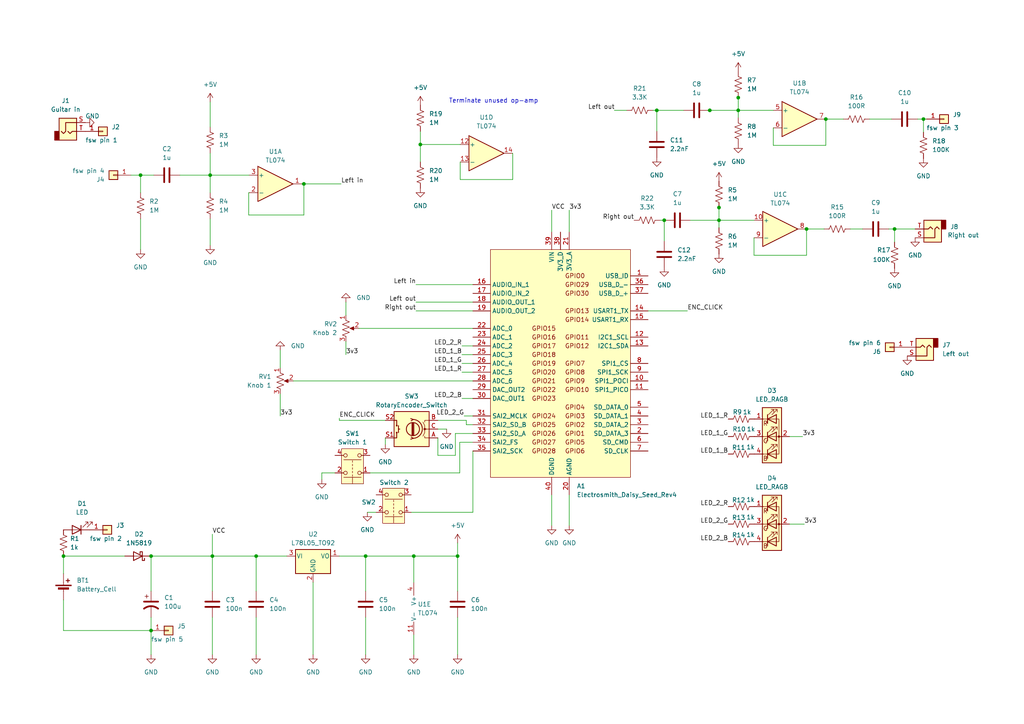
<source format=kicad_sch>
(kicad_sch (version 20231120) (generator "eeschema") (generator_version "8.0")
  (paper "A4")
  (title_block (title "DaisyPdal") (date "2024-04-25") (rev "0.3"))
  (lib_symbols
    (symbol "Amplifier_Operational:TL074" (pin_names (offset 0.127))
      (property "Reference" "U" (at 0 5.08 0))
      (property "Value" "TL074" (at 0 -5.08 0))
      (symbol "TL074_1_1"
        (polyline (pts (xy -5.08 5.08) (xy 5.08 0) (xy -5.08 -5.08) (xy -5.08 5.08)) (stroke (width 0.254)) (fill (type background)))
        (pin output line (at 7.62 0 180) (length 2.54) (name "~") (number "1"))
        (pin input line (at -7.62 -2.54 0) (length 2.54) (name "-") (number "2"))
        (pin input line (at -7.62 2.54 0) (length 2.54) (name "+") (number "3"))
      )
      (symbol "TL074_2_1"
        (polyline (pts (xy -5.08 5.08) (xy 5.08 0) (xy -5.08 -5.08) (xy -5.08 5.08)) (stroke (width 0.254)) (fill (type background)))
        (pin input line (at -7.62 2.54 0) (length 2.54) (name "+") (number "5"))
        (pin input line (at -7.62 -2.54 0) (length 2.54) (name "-") (number "6"))
        (pin output line (at 7.62 0 180) (length 2.54) (name "~") (number "7"))
      )
      (symbol "TL074_3_1"
        (polyline (pts (xy -5.08 5.08) (xy 5.08 0) (xy -5.08 -5.08) (xy -5.08 5.08)) (stroke (width 0.254)) (fill (type background)))
        (pin input line (at -7.62 2.54 0) (length 2.54) (name "+") (number "10"))
        (pin output line (at 7.62 0 180) (length 2.54) (name "~") (number "8"))
        (pin input line (at -7.62 -2.54 0) (length 2.54) (name "-") (number "9"))
      )
      (symbol "TL074_4_1"
        (polyline (pts (xy -5.08 5.08) (xy 5.08 0) (xy -5.08 -5.08) (xy -5.08 5.08)) (stroke (width 0.254)) (fill (type background)))
        (pin input line (at -7.62 2.54 0) (length 2.54) (name "+") (number "12"))
        (pin input line (at -7.62 -2.54 0) (length 2.54) (name "-") (number "13"))
        (pin output line (at 7.62 0 180) (length 2.54) (name "~") (number "14"))
      )
      (symbol "TL074_5_1"
        (pin power_in line (at -2.54 -7.62 90) (length 3.81) (name "V-") (number "11"))
        (pin power_in line (at -2.54 7.62 270) (length 3.81) (name "V+") (number "4"))
      )
    )
    (symbol "Connector_Audio:AudioJack2"
      (property "Reference" "J" (at 0 8.89 0))
      (property "Value" "AudioJack2" (at 0 6.35 0))
      (symbol "AudioJack2_0_1"
        (rectangle (start -3.81 0) (end -2.54 -2.54) (stroke (width 0.254)) (fill (type outline)))
        (rectangle (start -2.54 3.81) (end 2.54 -2.54) (stroke (width 0.254)) (fill (type background)))
        (polyline (pts (xy 0 0) (xy 0.635 -0.635) (xy 1.27 0) (xy 2.54 0)) (stroke (width 0.254)))
        (polyline (pts (xy 2.54 2.54) (xy -0.635 2.54) (xy -0.635 0) (xy -1.27 -0.635) (xy -1.905 0)) (stroke (width 0.254)))
      )
      (symbol "AudioJack2_1_1"
        (pin passive line (at 5.08 2.54 180) (length 2.54) (name "~") (number "S"))
        (pin passive line (at 5.08 0 180) (length 2.54) (name "~") (number "T"))
      )
    )
    (symbol "Connector_Generic:Conn_01x01" (pin_names (offset 1.016) hide)
      (property "Reference" "J" (at 0 2.54 0))
      (property "Value" "Conn_01x01" (at 0 -2.54 0))
      (symbol "Conn_01x01_1_1"
        (rectangle (start -1.27 0.127) (end 0 -0.127) (stroke (width 0.1524)))
        (rectangle (start -1.27 1.27) (end 1.27 -1.27) (stroke (width 0.254)) (fill (type background)))
        (pin passive line (at -5.08 0 0) (length 3.81) (name "Pin_1") (number "1"))
      )
    )
    (symbol "Device:Battery_Cell" (pin_numbers hide) (pin_names (offset 0) hide)
      (property "Reference" "BT" (at 2.54 2.54 0))
      (property "Value" "Battery_Cell" (at 2.54 0 0))
      (symbol "Battery_Cell_0_1"
        (rectangle (start -2.286 1.778) (end 2.286 1.524) (fill (type outline)))
        (rectangle (start -1.524 1.016) (end 1.524 0.508) (fill (type outline)))
        (polyline (pts (xy 0 0.762) (xy 0 0)))
        (polyline (pts (xy 0 1.778) (xy 0 2.54)))
        (polyline (pts (xy 0.762 3.048) (xy 1.778 3.048)) (stroke (width 0.254)))
        (polyline (pts (xy 1.27 3.556) (xy 1.27 2.54)) (stroke (width 0.254)))
      )
      (symbol "Battery_Cell_1_1"
        (pin passive line (at 0 5.08 270) (length 2.54) (name "+") (number "1"))
        (pin passive line (at 0 -2.54 90) (length 2.54) (name "-") (number "2"))
      )
    )
    (symbol "Device:C" (pin_numbers hide) (pin_names (offset 0.254))
      (property "Reference" "C" (at 0.635 2.54 0))
      (property "Value" "C" (at 0.635 -2.54 0))
      (symbol "C_0_1"
        (polyline (pts (xy -2.032 -0.762) (xy 2.032 -0.762)) (stroke (width 0.508)))
        (polyline (pts (xy -2.032 0.762) (xy 2.032 0.762)) (stroke (width 0.508)))
      )
      (symbol "C_1_1"
        (pin passive line (at 0 3.81 270) (length 2.794) (name "~") (number "1"))
        (pin passive line (at 0 -3.81 90) (length 2.794) (name "~") (number "2"))
      )
    )
    (symbol "Device:C_Polarized_US" (pin_numbers hide) (pin_names (offset 0.254) hide)
      (property "Reference" "C" (at 0.635 2.54 0))
      (property "Value" "C_Polarized_US" (at 0.635 -2.54 0))
      (symbol "C_Polarized_US_0_1"
        (polyline (pts (xy -2.032 0.762) (xy 2.032 0.762)) (stroke (width 0.508)))
        (polyline (pts (xy -1.778 2.286) (xy -0.762 2.286)))
        (polyline (pts (xy -1.27 1.778) (xy -1.27 2.794)))
        (arc (start 2.032 -1.27) (mid 0 -0.5572) (end -2.032 -1.27) (stroke (width 0.508)))
      )
      (symbol "C_Polarized_US_1_1"
        (pin passive line (at 0 3.81 270) (length 2.794) (name "~") (number "1"))
        (pin passive line (at 0 -3.81 90) (length 3.302) (name "~") (number "2"))
      )
    )
    (symbol "Device:LED" (pin_numbers hide) (pin_names (offset 1.016) hide)
      (property "Reference" "D" (at 0 2.54 0))
      (property "Value" "LED" (at 0 -2.54 0))
      (symbol "LED_0_1"
        (polyline (pts (xy -1.27 -1.27) (xy -1.27 1.27)) (stroke (width 0.254)))
        (polyline (pts (xy -1.27 0) (xy 1.27 0)))
        (polyline (pts (xy 1.27 -1.27) (xy 1.27 1.27) (xy -1.27 0) (xy 1.27 -1.27)) (stroke (width 0.254)))
        (polyline (pts (xy -3.048 -0.762) (xy -4.572 -2.286) (xy -3.81 -2.286) (xy -4.572 -2.286) (xy -4.572 -1.524)))
        (polyline (pts (xy -1.778 -0.762) (xy -3.302 -2.286) (xy -2.54 -2.286) (xy -3.302 -2.286) (xy -3.302 -1.524)))
      )
      (symbol "LED_1_1"
        (pin passive line (at -3.81 0 0) (length 2.54) (name "K") (number "1"))
        (pin passive line (at 3.81 0 180) (length 2.54) (name "A") (number "2"))
      )
    )
    (symbol "Device:LED_RAGB" (pin_names (offset 0) hide)
      (property "Reference" "D" (at 0 9.398 0))
      (property "Value" "LED_RAGB" (at 0 -8.89 0))
      (symbol "LED_RAGB_0_0"
        (text "B" (at -1.905 -6.35 0) (effects (font (size 1.27 1.27))))
        (text "G" (at -1.905 -1.27 0) (effects (font (size 1.27 1.27))))
        (text "R" (at -1.905 3.81 0) (effects (font (size 1.27 1.27))))
      )
      (symbol "LED_RAGB_0_1"
        (polyline (pts (xy -1.27 -5.08) (xy -2.54 -5.08)))
        (polyline (pts (xy -1.27 -5.08) (xy 1.27 -5.08)))
        (polyline (pts (xy -1.27 -3.81) (xy -1.27 -6.35)) (stroke (width 0.254)))
        (polyline (pts (xy -1.27 0) (xy -2.54 0)))
        (polyline (pts (xy -1.27 1.27) (xy -1.27 -1.27)) (stroke (width 0.254)))
        (polyline (pts (xy -1.27 5.08) (xy -2.54 5.08)))
        (polyline (pts (xy -1.27 5.08) (xy 1.27 5.08)))
        (polyline (pts (xy -1.27 6.35) (xy -1.27 3.81)) (stroke (width 0.254)))
        (polyline (pts (xy 1.27 0) (xy -1.27 0)))
        (polyline (pts (xy 1.27 0) (xy 2.54 0)))
        (polyline (pts (xy -1.27 1.27) (xy -1.27 -1.27) (xy -1.27 -1.27)))
        (polyline (pts (xy -1.27 6.35) (xy -1.27 3.81) (xy -1.27 3.81)))
        (polyline (pts (xy 1.27 -5.08) (xy 2.032 -5.08) (xy 2.032 5.08) (xy 1.27 5.08)))
        (polyline (pts (xy 1.27 -3.81) (xy 1.27 -6.35) (xy -1.27 -5.08) (xy 1.27 -3.81)) (stroke (width 0.254)))
        (polyline (pts (xy 1.27 1.27) (xy 1.27 -1.27) (xy -1.27 0) (xy 1.27 1.27)) (stroke (width 0.254)))
        (polyline (pts (xy 1.27 6.35) (xy 1.27 3.81) (xy -1.27 5.08) (xy 1.27 6.35)) (stroke (width 0.254)))
        (polyline (pts (xy -1.016 -3.81) (xy 0.508 -2.286) (xy -0.254 -2.286) (xy 0.508 -2.286) (xy 0.508 -3.048)))
        (polyline (pts (xy -1.016 1.27) (xy 0.508 2.794) (xy -0.254 2.794) (xy 0.508 2.794) (xy 0.508 2.032)))
        (polyline (pts (xy -1.016 6.35) (xy 0.508 7.874) (xy -0.254 7.874) (xy 0.508 7.874) (xy 0.508 7.112)))
        (polyline (pts (xy 0 -3.81) (xy 1.524 -2.286) (xy 0.762 -2.286) (xy 1.524 -2.286) (xy 1.524 -3.048)))
        (polyline (pts (xy 0 1.27) (xy 1.524 2.794) (xy 0.762 2.794) (xy 1.524 2.794) (xy 1.524 2.032)))
        (polyline (pts (xy 0 6.35) (xy 1.524 7.874) (xy 0.762 7.874) (xy 1.524 7.874) (xy 1.524 7.112)))
        (rectangle (start 1.27 -1.27) (end 1.27 1.27))
        (rectangle (start 1.27 1.27) (end 1.27 1.27))
        (rectangle (start 1.27 3.81) (end 1.27 6.35))
        (rectangle (start 1.27 6.35) (end 1.27 6.35))
        (circle (center 2.032 0) (radius 0.254) (fill (type outline)))
        (rectangle (start 2.794 8.382) (end -2.794 -7.62) (stroke (width 0.254)) (fill (type background)))
      )
      (symbol "LED_RAGB_1_1"
        (pin passive line (at -5.08 5.08 0) (length 2.54) (name "RK") (number "1"))
        (pin passive line (at 5.08 0 180) (length 2.54) (name "A") (number "2"))
        (pin passive line (at -5.08 0 0) (length 2.54) (name "GK") (number "3"))
        (pin passive line (at -5.08 -5.08 0) (length 2.54) (name "BK") (number "4"))
      )
    )
    (symbol "Device:R_Potentiometer_US" (pin_names (offset 1.016) hide)
      (property "Reference" "RV" (at -4.445 0 90))
      (property "Value" "R_Potentiometer_US" (at -2.54 0 90))
      (symbol "R_Potentiometer_US_0_1"
        (polyline (pts (xy 0 -2.286) (xy 0 -2.54)))
        (polyline (pts (xy 0 2.54) (xy 0 2.286)))
        (polyline (pts (xy 2.54 0) (xy 1.524 0)))
        (polyline (pts (xy 1.143 0) (xy 2.286 0.508) (xy 2.286 -0.508) (xy 1.143 0)) (fill (type outline)))
        (polyline (pts (xy 0 -0.762) (xy 1.016 -1.143) (xy 0 -1.524) (xy -1.016 -1.905) (xy 0 -2.286)))
        (polyline (pts (xy 0 0.762) (xy 1.016 0.381) (xy 0 0) (xy -1.016 -0.381) (xy 0 -0.762)))
        (polyline (pts (xy 0 2.286) (xy 1.016 1.905) (xy 0 1.524) (xy -1.016 1.143) (xy 0 0.762)))
      )
      (symbol "R_Potentiometer_US_1_1"
        (pin passive line (at 0 3.81 270) (length 1.27) (name "1") (number "1"))
        (pin passive line (at 3.81 0 180) (length 1.27) (name "2") (number "2"))
        (pin passive line (at 0 -3.81 90) (length 1.27) (name "3") (number "3"))
      )
    )
    (symbol "Device:R_US" (pin_numbers hide) (pin_names (offset 0))
      (property "Reference" "R" (at 2.54 0 90))
      (property "Value" "R_US" (at -2.54 0 90))
      (symbol "R_US_0_1"
        (polyline (pts (xy 0 -2.286) (xy 0 -2.54)))
        (polyline (pts (xy 0 2.286) (xy 0 2.54)))
        (polyline (pts (xy 0 -0.762) (xy 1.016 -1.143) (xy 0 -1.524) (xy -1.016 -1.905) (xy 0 -2.286)))
        (polyline (pts (xy 0 0.762) (xy 1.016 0.381) (xy 0 0) (xy -1.016 -0.381) (xy 0 -0.762)))
        (polyline (pts (xy 0 2.286) (xy 1.016 1.905) (xy 0 1.524) (xy -1.016 1.143) (xy 0 0.762)))
      )
      (symbol "R_US_1_1"
        (pin passive line (at 0 3.81 270) (length 1.27) (name "~") (number "1"))
        (pin passive line (at 0 -3.81 90) (length 1.27) (name "~") (number "2"))
      )
    )
    (symbol "Device:RotaryEncoder_Switch" (pin_names (offset 0.254) hide)
      (property "Reference" "SW" (at 0 6.604 0))
      (property "Value" "RotaryEncoder_Switch" (at 0 -6.604 0))
      (symbol "RotaryEncoder_Switch_0_1"
        (rectangle (start -5.08 5.08) (end 5.08 -5.08) (stroke (width 0.254)) (fill (type background)))
        (circle (center -3.81 0) (radius 0.254) (fill (type outline)))
        (circle (center -0.381 0) (radius 1.905) (stroke (width 0.254)))
        (arc (start -0.381 2.667) (mid -3.0988 -0.0635) (end -0.381 -2.794) (stroke (width 0.254)))
        (polyline (pts (xy -0.635 -1.778) (xy -0.635 1.778)) (stroke (width 0.254)))
        (polyline (pts (xy -0.381 -1.778) (xy -0.381 1.778)) (stroke (width 0.254)))
        (polyline (pts (xy -0.127 1.778) (xy -0.127 -1.778)) (stroke (width 0.254)))
        (polyline (pts (xy 3.81 0) (xy 3.429 0)) (stroke (width 0.254)))
        (polyline (pts (xy 3.81 1.016) (xy 3.81 -1.016)) (stroke (width 0.254)))
        (polyline (pts (xy -5.08 -2.54) (xy -3.81 -2.54) (xy -3.81 -2.032)))
        (polyline (pts (xy -5.08 2.54) (xy -3.81 2.54) (xy -3.81 2.032)))
        (polyline (pts (xy 0.254 -3.048) (xy -0.508 -2.794) (xy 0.127 -2.413)) (stroke (width 0.254)))
        (polyline (pts (xy 0.254 2.921) (xy -0.508 2.667) (xy 0.127 2.286)) (stroke (width 0.254)))
        (polyline (pts (xy 5.08 -2.54) (xy 4.318 -2.54) (xy 4.318 -1.016)) (stroke (width 0.254)))
        (polyline (pts (xy 5.08 2.54) (xy 4.318 2.54) (xy 4.318 1.016)) (stroke (width 0.254)))
        (polyline (pts (xy -5.08 0) (xy -3.81 0) (xy -3.81 -1.016) (xy -3.302 -2.032)))
        (polyline (pts (xy -4.318 0) (xy -3.81 0) (xy -3.81 1.016) (xy -3.302 2.032)))
        (circle (center 4.318 -1.016) (radius 0.127) (stroke (width 0.254)))
        (circle (center 4.318 1.016) (radius 0.127) (stroke (width 0.254)))
      )
      (symbol "RotaryEncoder_Switch_1_1"
        (pin passive line (at -7.62 2.54 0) (length 2.54) (name "A") (number "A"))
        (pin passive line (at -7.62 -2.54 0) (length 2.54) (name "B") (number "B"))
        (pin passive line (at -7.62 0 0) (length 2.54) (name "C") (number "C"))
        (pin passive line (at 7.62 2.54 180) (length 2.54) (name "S1") (number "S1"))
        (pin passive line (at 7.62 -2.54 180) (length 2.54) (name "S2") (number "S2"))
      )
    )
    (symbol "Diode:1N5819" (pin_numbers hide) (pin_names (offset 1.016) hide)
      (property "Reference" "D" (at 0 2.54 0))
      (property "Value" "1N5819" (at 0 -2.54 0))
      (symbol "1N5819_0_1"
        (polyline (pts (xy 1.27 0) (xy -1.27 0)))
        (polyline (pts (xy 1.27 1.27) (xy 1.27 -1.27) (xy -1.27 0) (xy 1.27 1.27)) (stroke (width 0.254)))
        (polyline (pts (xy -1.905 0.635) (xy -1.905 1.27) (xy -1.27 1.27) (xy -1.27 -1.27) (xy -0.635 -1.27) (xy -0.635 -0.635)) (stroke (width 0.254)))
      )
      (symbol "1N5819_1_1"
        (pin passive line (at -3.81 0 0) (length 2.54) (name "K") (number "1"))
        (pin passive line (at 3.81 0 180) (length 2.54) (name "A") (number "2"))
      )
    )
    (symbol "MCU_Module:Electrosmith_Daisy_Seed_Rev4"
      (property "Reference" "A" (at -20.32 34.29 0))
      (property "Value" "Electrosmith_Daisy_Seed_Rev4" (at 33.02 34.29 0))
      (symbol "Electrosmith_Daisy_Seed_Rev4_0_0"
        (text "GPIO0" (at 1.27 25.4 0) (effects (font (size 1.27 1.27)) (justify left)))
        (text "GPIO1" (at 1.27 -20.32 0) (effects (font (size 1.27 1.27)) (justify left)))
        (text "GPIO10" (at 1.27 -7.62 0) (effects (font (size 1.27 1.27)) (justify left)))
        (text "GPIO11" (at 1.27 7.62 0) (effects (font (size 1.27 1.27)) (justify left)))
        (text "GPIO12" (at 1.27 5.08 0) (effects (font (size 1.27 1.27)) (justify left)))
        (text "GPIO13" (at 1.27 15.24 0) (effects (font (size 1.27 1.27)) (justify left)))
        (text "GPIO14" (at 1.27 12.7 0) (effects (font (size 1.27 1.27)) (justify left)))
        (text "GPIO15" (at -1.27 10.16 0) (effects (font (size 1.27 1.27)) (justify right)))
        (text "GPIO16" (at -1.27 7.62 0) (effects (font (size 1.27 1.27)) (justify right)))
        (text "GPIO17" (at -1.27 5.08 0) (effects (font (size 1.27 1.27)) (justify right)))
        (text "GPIO18" (at -1.27 2.54 0) (effects (font (size 1.27 1.27)) (justify right)))
        (text "GPIO19" (at -1.27 0 0) (effects (font (size 1.27 1.27)) (justify right)))
        (text "GPIO2" (at 1.27 -17.78 0) (effects (font (size 1.27 1.27)) (justify left)))
        (text "GPIO20" (at -1.27 -2.54 0) (effects (font (size 1.27 1.27)) (justify right)))
        (text "GPIO21" (at -1.27 -5.08 0) (effects (font (size 1.27 1.27)) (justify right)))
        (text "GPIO22" (at -1.27 -7.62 0) (effects (font (size 1.27 1.27)) (justify right)))
        (text "GPIO23" (at -1.27 -10.16 0) (effects (font (size 1.27 1.27)) (justify right)))
        (text "GPIO24" (at -1.27 -15.24 0) (effects (font (size 1.27 1.27)) (justify right)))
        (text "GPIO25" (at -1.27 -17.78 0) (effects (font (size 1.27 1.27)) (justify right)))
        (text "GPIO26" (at -1.27 -20.32 0) (effects (font (size 1.27 1.27)) (justify right)))
        (text "GPIO27" (at -1.27 -22.86 0) (effects (font (size 1.27 1.27)) (justify right)))
        (text "GPIO28" (at -1.27 -25.4 0) (effects (font (size 1.27 1.27)) (justify right)))
        (text "GPIO29" (at 1.27 22.86 0) (effects (font (size 1.27 1.27)) (justify left)))
        (text "GPIO3" (at 1.27 -15.24 0) (effects (font (size 1.27 1.27)) (justify left)))
        (text "GPIO30" (at 1.27 20.32 0) (effects (font (size 1.27 1.27)) (justify left)))
        (text "GPIO4" (at 1.27 -12.7 0) (effects (font (size 1.27 1.27)) (justify left)))
        (text "GPIO5" (at 1.27 -22.86 0) (effects (font (size 1.27 1.27)) (justify left)))
        (text "GPIO6" (at 1.27 -25.4 0) (effects (font (size 1.27 1.27)) (justify left)))
        (text "GPIO7" (at 1.27 0 0) (effects (font (size 1.27 1.27)) (justify left)))
        (text "GPIO8" (at 1.27 -2.54 0) (effects (font (size 1.27 1.27)) (justify left)))
        (text "GPIO9" (at 1.27 -5.08 0) (effects (font (size 1.27 1.27)) (justify left)))
        (pin bidirectional line (at 25.4 25.4 180) (length 5.08) (name "USB_ID") (number "1"))
        (pin bidirectional line (at 25.4 -5.08 180) (length 5.08) (name "SPI1_POCI") (number "10"))
        (pin bidirectional line (at 25.4 -7.62 180) (length 5.08) (name "SPI1_PICO") (number "11"))
        (pin bidirectional line (at 25.4 7.62 180) (length 5.08) (name "I2C1_SCL") (number "12"))
        (pin bidirectional line (at 25.4 5.08 180) (length 5.08) (name "I2C1_SDA") (number "13"))
        (pin bidirectional line (at 25.4 15.24 180) (length 5.08) (name "USART1_TX") (number "14"))
        (pin bidirectional line (at 25.4 12.7 180) (length 5.08) (name "USART1_RX") (number "15"))
        (pin input line (at -25.4 22.86 0) (length 5.08) (name "AUDIO_IN_1") (number "16"))
        (pin input line (at -25.4 20.32 0) (length 5.08) (name "AUDIO_IN_2") (number "17"))
        (pin output line (at -25.4 17.78 0) (length 5.08) (name "AUDIO_OUT_1") (number "18"))
        (pin output line (at -25.4 15.24 0) (length 5.08) (name "AUDIO_OUT_2") (number "19"))
        (pin bidirectional line (at 25.4 -20.32 180) (length 5.08) (name "SD_DATA_3") (number "2"))
        (pin power_in line (at 2.54 -38.1 90) (length 5.08) (name "AGND") (number "20"))
        (pin power_out line (at 2.54 38.1 270) (length 5.08) (name "3V3_A") (number "21"))
        (pin bidirectional line (at -25.4 10.16 0) (length 5.08) (name "ADC_0") (number "22"))
        (pin bidirectional line (at -25.4 7.62 0) (length 5.08) (name "ADC_1") (number "23"))
        (pin bidirectional line (at -25.4 5.08 0) (length 5.08) (name "ADC_2") (number "24"))
        (pin bidirectional line (at -25.4 2.54 0) (length 5.08) (name "ADC_3") (number "25"))
        (pin bidirectional line (at -25.4 0 0) (length 5.08) (name "ADC_4") (number "26"))
        (pin bidirectional line (at -25.4 -2.54 0) (length 5.08) (name "ADC_5") (number "27"))
        (pin bidirectional line (at -25.4 -5.08 0) (length 5.08) (name "ADC_6") (number "28"))
        (pin bidirectional line (at -25.4 -7.62 0) (length 5.08) (name "DAC_OUT2") (number "29"))
        (pin bidirectional line (at 25.4 -17.78 180) (length 5.08) (name "SD_DATA_2") (number "3"))
        (pin bidirectional line (at -25.4 -10.16 0) (length 5.08) (name "DAC_OUT1") (number "30"))
        (pin bidirectional line (at -25.4 -15.24 0) (length 5.08) (name "SAI2_MCLK") (number "31"))
        (pin bidirectional line (at -25.4 -17.78 0) (length 5.08) (name "SAI2_SD_B") (number "32"))
        (pin bidirectional line (at -25.4 -20.32 0) (length 5.08) (name "SAI2_SD_A") (number "33"))
        (pin bidirectional line (at -25.4 -22.86 0) (length 5.08) (name "SAI2_FS") (number "34"))
        (pin bidirectional line (at -25.4 -25.4 0) (length 5.08) (name "SAI2_SCK") (number "35"))
        (pin bidirectional line (at 25.4 22.86 180) (length 5.08) (name "USB_D_-") (number "36"))
        (pin bidirectional line (at 25.4 20.32 180) (length 5.08) (name "USB_D_+") (number "37"))
        (pin power_out line (at 0 38.1 270) (length 5.08) (name "3V3_D") (number "38"))
        (pin power_in line (at -2.54 38.1 270) (length 5.08) (name "VIN") (number "39"))
        (pin bidirectional line (at 25.4 -15.24 180) (length 5.08) (name "SD_DATA_1") (number "4"))
        (pin power_in line (at -2.54 -38.1 90) (length 5.08) (name "DGND") (number "40"))
        (pin bidirectional line (at 25.4 -12.7 180) (length 5.08) (name "SD_DATA_0") (number "5"))
        (pin bidirectional line (at 25.4 -22.86 180) (length 5.08) (name "SD_CMD") (number "6"))
        (pin bidirectional line (at 25.4 -25.4 180) (length 5.08) (name "SD_CLK") (number "7"))
        (pin bidirectional line (at 25.4 0 180) (length 5.08) (name "SPI1_CS") (number "8"))
        (pin bidirectional line (at 25.4 -2.54 180) (length 5.08) (name "SPI1_SCK") (number "9"))
      )
      (symbol "Electrosmith_Daisy_Seed_Rev4_0_1"
        (rectangle (start -20.32 33.02) (end 20.32 -33.02) (fill (type background)))
      )
    )
    (symbol "Regulator_Linear:L78L05_TO92" (pin_names (offset 0.254))
      (property "Reference" "U" (at -3.81 3.175 0))
      (property "Value" "L78L05_TO92" (at 0 3.175 0))
      (symbol "L78L05_TO92_0_1"
        (rectangle (start -5.08 -5.08) (end 5.08 1.905) (stroke (width 0.254)) (fill (type background)))
      )
      (symbol "L78L05_TO92_1_1"
        (pin power_out line (at 7.62 0 180) (length 2.54) (name "VO") (number "1"))
        (pin power_in line (at 0 -7.62 90) (length 2.54) (name "GND") (number "2"))
        (pin power_in line (at -7.62 0 0) (length 2.54) (name "VI") (number "3"))
      )
    )
    (symbol "Switch:SW_Push_Dual" (pin_names (offset 1.016) hide)
      (property "Reference" "SW" (at 0 7.62 0))
      (property "Value" "SW_Push_Dual" (at 0 -6.35 0))
      (symbol "SW_Push_Dual_0_1"
        (circle (center -2.032 -2.54) (radius 0.508))
        (circle (center -2.032 2.54) (radius 0.508))
        (polyline (pts (xy 0 -0.508) (xy 0 -1.016)))
        (polyline (pts (xy 0 0.508) (xy 0 0)))
        (polyline (pts (xy 0 1.016) (xy 0 1.524)))
        (polyline (pts (xy 0 2.032) (xy 0 2.54)))
        (polyline (pts (xy 0 3.048) (xy 0 3.556)))
        (polyline (pts (xy 0 3.81) (xy 0 5.588)))
        (polyline (pts (xy 2.54 -1.27) (xy -2.54 -1.27)))
        (polyline (pts (xy 2.54 3.81) (xy -2.54 3.81)))
        (circle (center 2.032 -2.54) (radius 0.508))
        (circle (center 2.032 2.54) (radius 0.508))
        (pin passive line (at -5.08 2.54 0) (length 2.54) (name "1") (number "1"))
        (pin passive line (at 5.08 2.54 180) (length 2.54) (name "2") (number "2"))
        (pin passive line (at -5.08 -2.54 0) (length 2.54) (name "3") (number "3"))
        (pin passive line (at 5.08 -2.54 180) (length 2.54) (name "4") (number "4"))
      )
      (symbol "SW_Push_Dual_1_1"
        (rectangle (start -3.175 5.715) (end 3.175 -4.445) (fill (type background)))
      )
    )
    (symbol "power:+5V" (power) (pin_names (offset 0))
      (property "Value" "+5V" (at 0 3.556 0))
      (symbol "+5V_0_1"
        (polyline (pts (xy -0.762 1.27) (xy 0 2.54)))
        (polyline (pts (xy 0 0) (xy 0 2.54)))
        (polyline (pts (xy 0 2.54) (xy 0.762 1.27)))
      )
      (symbol "+5V_1_1"
        (pin power_in line (at 0 0 90) (length 0) hide (name "+5V") (number "1"))
      )
    )
    (symbol "power:GND" (power) (pin_names (offset 0))
      (property "Value" "GND" (at 0 -3.81 0))
      (symbol "GND_0_1"
        (polyline (pts (xy 0 0) (xy 0 -1.27) (xy 1.27 -1.27) (xy 0 -2.54) (xy -1.27 -1.27) (xy 0 -1.27)))
      )
      (symbol "GND_1_1"
        (pin power_in line (at 0 0 270) (length 0) hide (name "GND") (number "1"))
      )
    )
  )
  (junction (at 259.461 66.421))
  (junction (at 121.92 41.91))
  (junction (at 205.867 32.004))
  (junction (at 239.522 34.544))
  (junction (at 214.122 28.321))
  (junction (at 88.138 53.34))
  (junction (at 208.534 60.198))
  (junction (at 60.96 50.8))
  (junction (at 214.122 32.004))
  (junction (at 43.815 161.29))
  (junction (at 18.415 161.29))
  (junction (at 208.534 63.881))
  (junction (at 61.595 161.29))
  (junction (at 267.843 34.544))
  (junction (at 132.715 161.29))
  (junction (at 233.934 66.421))
  (junction (at 106.045 161.29))
  (junction (at 74.295 161.29))
  (junction (at 192.659 63.881))
  (junction (at 40.767 50.8))
  (junction (at 43.815 182.88))
  (junction (at 120.015 161.29))
  (junction (at 190.5 32.004))
  (wire (pts (xy 224.282 42.164) (xy 224.282 37.084)))
  (wire (pts (xy 214.122 28.321) (xy 214.122 32.004)))
  (wire (pts (xy 133.985 105.41) (xy 137.16 105.41)))
  (wire (pts (xy 88.138 62.357) (xy 72.136 62.357)))
  (wire (pts (xy 239.522 34.544) (xy 244.602 34.544)))
  (wire (pts (xy 178.181 32.004) (xy 181.737 32.004)))
  (wire (pts (xy 252.222 34.544) (xy 258.572 34.544)))
  (wire (pts (xy 120.015 161.29) (xy 132.715 161.29)))
  (wire (pts (xy 137.16 148.59) (xy 119.253 148.59)))
  (wire (pts (xy 137.16 128.27) (xy 133.35 128.27)))
  (wire (pts (xy 133.985 107.95) (xy 137.16 107.95)))
  (wire (pts (xy 208.534 63.881) (xy 218.694 63.881)))
  (wire (pts (xy 127 127) (xy 127 132.08)))
  (wire (pts (xy 18.415 182.88) (xy 43.815 182.88)))
  (wire (pts (xy 132.715 157.48) (xy 132.715 161.29)))
  (wire (pts (xy 98.425 121.285) (xy 98.425 121.92)))
  (wire (pts (xy 200.279 63.881) (xy 208.534 63.881)))
  (wire (pts (xy 228.981 126.619) (xy 232.791 126.619)))
  (wire (pts (xy 205.867 32.004) (xy 214.122 32.004)))
  (wire (pts (xy 191.516 63.881) (xy 192.659 63.881)))
  (wire (pts (xy 18.415 166.37) (xy 18.415 161.29)))
  (wire (pts (xy 133.985 100.33) (xy 137.16 100.33)))
  (wire (pts (xy 189.357 32.004) (xy 190.5 32.004)))
  (wire (pts (xy 214.122 32.004) (xy 214.122 34.163)))
  (wire (pts (xy 208.534 60.198) (xy 208.534 63.881)))
  (wire (pts (xy 43.815 179.07) (xy 43.815 182.88)))
  (wire (pts (xy 87.503 53.34) (xy 88.138 53.34)))
  (wire (pts (xy 72.263 50.8) (xy 60.96 50.8)))
  (wire (pts (xy 133.477 46.99) (xy 133.477 52.07)))
  (wire (pts (xy 233.934 66.421) (xy 233.934 74.041)))
  (wire (pts (xy 98.425 161.29) (xy 106.045 161.29)))
  (wire (pts (xy 52.197 50.8) (xy 60.96 50.8)))
  (wire (pts (xy 160.02 60.96) (xy 160.02 67.31)))
  (wire (pts (xy 72.136 55.88) (xy 72.263 55.88)))
  (wire (pts (xy 190.5 32.004) (xy 190.5 38.1)))
  (wire (pts (xy 127 121.92) (xy 135.255 121.92)))
  (wire (pts (xy 43.815 182.88) (xy 43.815 189.865)))
  (wire (pts (xy 61.595 179.07) (xy 61.595 189.865)))
  (wire (pts (xy 85.09 110.49) (xy 137.16 110.49)))
  (wire (pts (xy 132.08 125.73) (xy 137.16 125.73)))
  (wire (pts (xy 81.28 114.3) (xy 81.28 120.65)))
  (wire (pts (xy 106.553 148.59) (xy 109.093 148.59)))
  (wire (pts (xy 190.5 32.004) (xy 198.247 32.004)))
  (wire (pts (xy 100.33 87.63) (xy 100.33 91.44)))
  (wire (pts (xy 104.14 95.25) (xy 137.16 95.25)))
  (wire (pts (xy 90.805 168.91) (xy 90.805 189.865)))
  (wire (pts (xy 205.232 32.004) (xy 205.867 32.004)))
  (wire (pts (xy 228.981 152.019) (xy 233.299 152.019)))
  (wire (pts (xy 61.595 161.29) (xy 74.295 161.29)))
  (wire (pts (xy 214.122 32.004) (xy 224.282 32.004)))
  (wire (pts (xy 192.659 63.881) (xy 192.659 69.977)))
  (wire (pts (xy 135.255 123.19) (xy 135.255 121.92)))
  (wire (pts (xy 43.815 161.29) (xy 61.595 161.29)))
  (wire (pts (xy 111.76 127) (xy 111.76 128.905)))
  (wire (pts (xy 187.96 90.17) (xy 199.39 90.17)))
  (wire (pts (xy 61.595 161.29) (xy 61.595 171.45)))
  (wire (pts (xy 132.715 179.07) (xy 132.715 189.865)))
  (wire (pts (xy 121.92 38.1) (xy 121.92 41.91)))
  (wire (pts (xy 267.843 38.354) (xy 267.843 34.544)))
  (wire (pts (xy 120.65 90.17) (xy 137.16 90.17)))
  (wire (pts (xy 239.522 34.544) (xy 239.522 42.164)))
  (wire (pts (xy 18.415 173.99) (xy 18.415 182.88)))
  (wire (pts (xy 132.08 125.73) (xy 132.08 132.08)))
  (wire (pts (xy 246.634 66.421) (xy 250.19 66.421)))
  (wire (pts (xy 132.715 161.29) (xy 132.715 171.45)))
  (wire (pts (xy 133.985 102.87) (xy 137.16 102.87)))
  (wire (pts (xy 60.96 50.8) (xy 60.96 55.88)))
  (wire (pts (xy 133.477 41.91) (xy 121.92 41.91)))
  (wire (pts (xy 160.02 143.51) (xy 160.02 152.4)))
  (wire (pts (xy 37.973 50.8) (xy 40.767 50.8)))
  (wire (pts (xy 107.315 137.16) (xy 133.35 137.16)))
  (wire (pts (xy 43.815 161.29) (xy 43.815 171.45)))
  (wire (pts (xy 81.28 101.6) (xy 81.28 106.68)))
  (wire (pts (xy 133.477 52.07) (xy 148.717 52.07)))
  (wire (pts (xy 266.192 34.544) (xy 267.843 34.544)))
  (wire (pts (xy 60.96 44.45) (xy 60.96 50.8)))
  (wire (pts (xy 208.534 60.071) (xy 208.534 60.198)))
  (wire (pts (xy 74.295 179.07) (xy 74.295 189.865)))
  (wire (pts (xy 165.1 143.51) (xy 165.1 152.4)))
  (wire (pts (xy 120.65 87.63) (xy 137.16 87.63)))
  (wire (pts (xy 40.767 63.5) (xy 40.767 72.39)))
  (wire (pts (xy 218.694 74.041) (xy 218.694 68.961)))
  (wire (pts (xy 259.461 66.421) (xy 265.43 66.421)))
  (wire (pts (xy 111.76 121.92) (xy 98.425 121.92)))
  (wire (pts (xy 74.295 161.29) (xy 83.185 161.29)))
  (wire (pts (xy 132.08 132.08) (xy 127 132.08)))
  (wire (pts (xy 60.96 63.5) (xy 60.96 71.12)))
  (wire (pts (xy 88.138 53.34) (xy 98.933 53.34)))
  (wire (pts (xy 165.1 60.96) (xy 165.1 67.31)))
  (wire (pts (xy 127 124.46) (xy 129.54 124.46)))
  (wire (pts (xy 61.595 154.94) (xy 61.595 161.29)))
  (wire (pts (xy 239.522 42.164) (xy 224.282 42.164)))
  (wire (pts (xy 133.35 128.27) (xy 133.35 137.16)))
  (wire (pts (xy 88.138 53.34) (xy 88.138 62.357)))
  (wire (pts (xy 40.767 50.8) (xy 40.767 55.88)))
  (wire (pts (xy 120.65 82.55) (xy 137.16 82.55)))
  (wire (pts (xy 120.015 184.15) (xy 120.015 189.865)))
  (wire (pts (xy 137.16 130.81) (xy 137.16 148.59)))
  (wire (pts (xy 72.136 62.357) (xy 72.136 55.88)))
  (wire (pts (xy 106.045 161.29) (xy 106.045 171.45)))
  (wire (pts (xy 133.985 115.57) (xy 137.16 115.57)))
  (wire (pts (xy 267.843 34.544) (xy 268.732 34.544)))
  (wire (pts (xy 40.767 50.8) (xy 44.577 50.8)))
  (wire (pts (xy 120.015 161.29) (xy 120.015 168.91)))
  (wire (pts (xy 257.81 66.421) (xy 259.461 66.421)))
  (wire (pts (xy 233.934 74.041) (xy 218.694 74.041)))
  (wire (pts (xy 106.045 161.29) (xy 120.015 161.29)))
  (wire (pts (xy 100.33 99.06) (xy 100.33 102.87)))
  (wire (pts (xy 121.92 41.91) (xy 121.92 46.99)))
  (wire (pts (xy 259.461 70.231) (xy 259.461 66.421)))
  (wire (pts (xy 208.534 63.881) (xy 208.534 66.04)))
  (wire (pts (xy 60.96 29.591) (xy 60.96 36.83)))
  (wire (pts (xy 137.16 123.19) (xy 135.255 123.19)))
  (wire (pts (xy 106.045 179.07) (xy 106.045 189.865)))
  (wire (pts (xy 214.122 28.194) (xy 214.122 28.321)))
  (wire (pts (xy 233.934 66.421) (xy 239.014 66.421)))
  (wire (pts (xy 134.62 120.65) (xy 137.16 120.65)))
  (wire (pts (xy 97.155 137.16) (xy 93.345 137.16)))
  (wire (pts (xy 93.345 137.16) (xy 93.345 139.065)))
  (wire (pts (xy 74.295 161.29) (xy 74.295 171.45)))
  (wire (pts (xy 18.415 161.29) (xy 36.195 161.29)))
  (wire (pts (xy 148.717 52.07) (xy 148.717 44.45)))
  (text "Terminate unused op-amp" (at 130.175 30.099 0) (effects (font (size 1.27 1.27)) (justify left bottom)))
  (label "VCC" (at 160.02 60.96 0))
  (label "3v3" (at 233.299 152.019 0))
  (label "LED_2_R" (at 133.985 100.33 180))
  (label "ENC_CLICK" (at 98.425 121.285 0))
  (label "Right out" (at 120.65 90.17 180))
  (label "Left out" (at 178.308 32.004 180))
  (label "LED_1_G" (at 133.985 105.41 180))
  (label "LED_2_B" (at 211.201 157.099 180))
  (label "Right out" (at 183.896 63.881 180))
  (label "LED_2_G" (at 211.201 152.019 180))
  (label "3v3" (at 165.1 60.96 0))
  (label "LED_2_G" (at 134.62 120.65 180))
  (label "VCC" (at 61.595 154.94 0))
  (label "LED_1_R" (at 133.985 107.95 180))
  (label "LED_1_B" (at 133.985 102.87 180))
  (label "Left in" (at 98.933 53.34 0))
  (label "LED_1_R" (at 211.201 121.539 180))
  (label "Left in" (at 120.65 82.55 180))
  (label "LED_1_B" (at 211.201 131.699 180))
  (label "ENC_CLICK" (at 199.39 90.17 0))
  (label "Left out" (at 120.65 87.63 180))
  (label "3v3" (at 81.28 120.65 0))
  (label "LED_2_R" (at 211.201 146.939 180))
  (label "LED_1_G" (at 211.201 126.619 180))
  (label "LED_2_B" (at 133.985 115.57 180))
  (label "3v3" (at 232.791 126.619 0))
  (label "3v3" (at 100.33 102.87 0))
  (symbol (lib_id "power:GND") (at 265.43 68.961 0) (unit 1)
    (property "Reference" "#PWR027" (effects (hide yes)))
    (property "Value" "GND" (at 265.43 74.041 0))
  )
  (symbol (lib_id "power:GND") (at 192.659 77.597 0) (unit 1)
    (property "Reference" "#PWR032" (effects (hide yes)))
    (property "Value" "GND" (at 192.659 82.677 0))
  )
  (symbol (lib_id "Device:R_US") (at 215.011 126.619 90) (unit 1)
    (property "Reference" "R10" (at 214.376 124.46 90))
    (property "Value" "1k" (at 217.805 124.46 90))
    (property "Footprint" "Resistor_THT:R_Axial_DIN0207_L6.3mm_D2.5mm_P10.16mm_Horizontal" (effects (hide yes)))
  )
  (symbol (lib_id "Device:R_US") (at 215.011 146.939 90) (unit 1)
    (property "Reference" "R12" (at 214.249 145.034 90))
    (property "Value" "1k" (at 217.678 144.907 90))
    (property "Footprint" "Resistor_THT:R_Axial_DIN0207_L6.3mm_D2.5mm_P10.16mm_Horizontal" (effects (hide yes)))
  )
  (symbol (lib_id "Device:LED_RAGB") (at 223.901 126.619 0) (unit 1)
    (property "Reference" "D3" (at 223.901 113.284 0))
    (property "Value" "LED_RAGB" (at 223.901 115.824 0))
    (property "Footprint" "LED_THT:LED_D5.0mm-4_RGB" (effects (hide yes)))
  )
  (symbol (lib_id "Device:R_US") (at 248.412 34.544 90) (unit 1)
    (property "Reference" "R16" (at 248.412 28.194 90))
    (property "Value" "100R" (at 248.412 30.734 90))
    (property "Footprint" "Resistor_THT:R_Axial_DIN0207_L6.3mm_D2.5mm_P10.16mm_Horizontal" (effects (hide yes)))
  )
  (symbol (lib_id "power:GND") (at 106.553 148.59 0) (unit 1)
    (property "Reference" "#PWR013" (effects (hide yes)))
    (property "Value" "GND" (at 106.553 153.67 0))
  )
  (symbol (lib_id "Device:RotaryEncoder_Switch") (at 119.38 124.46 180) (unit 1)
    (property "Reference" "SW3" (at 119.38 114.935 0))
    (property "Value" "RotaryEncoder_Switch" (at 119.38 117.475 0))
    (property "Footprint" "Rotary_Encoder:RotaryEncoder_Alps_EC12E-Switch_Vertical_H20mm" (effects (hide yes)))
  )
  (symbol (lib_id "Device:R_US") (at 60.96 40.64 0) (unit 1)
    (property "Reference" "R3" (at 63.5 39.37 0) (effects (justify left)))
    (property "Value" "1M" (at 63.5 41.91 0) (effects (justify left)))
    (property "Footprint" "Resistor_THT:R_Axial_DIN0207_L6.3mm_D2.5mm_P10.16mm_Horizontal" (effects (hide yes)))
  )
  (symbol (lib_id "Device:C") (at 202.057 32.004 90) (unit 1)
    (property "Reference" "C8" (at 202.057 24.384 90))
    (property "Value" "1u" (at 202.057 26.924 90))
    (property "Footprint" "Capacitor_THT:C_Rect_L7.0mm_W2.5mm_P5.00mm" (effects (hide yes)))
  )
  (symbol (lib_id "Device:R_US") (at 215.011 131.699 90) (unit 1)
    (property "Reference" "R11" (at 214.249 129.794 90))
    (property "Value" "1k" (at 217.678 129.667 90))
    (property "Footprint" "Resistor_THT:R_Axial_DIN0207_L6.3mm_D2.5mm_P10.16mm_Horizontal" (effects (hide yes)))
  )
  (symbol (lib_id "power:GND") (at 120.015 189.865 0) (unit 1)
    (property "Reference" "#PWR015" (effects (hide yes)))
    (property "Value" "GND" (at 120.015 194.945 0))
  )
  (symbol (lib_id "Connector_Generic:Conn_01x01") (at 48.895 182.88 0) (unit 1)
    (property "Reference" "J5" (at 51.435 181.61 0) (effects (justify left)))
    (property "Value" "fsw pin 5" (at 43.815 185.42 0) (effects (justify left)))
    (property "Footprint" "Connector_Wire:SolderWire-0.25sqmm_1x01_D0.65mm_OD2mm" (effects (hide yes)))
  )
  (symbol (lib_id "power:+5V") (at 121.92 30.48 0) (unit 1)
    (property "Reference" "#PWR029" (effects (hide yes)))
    (property "Value" "+5V" (at 121.92 25.4 0))
  )
  (symbol (lib_id "power:GND") (at 214.122 41.783 0) (unit 1)
    (property "Reference" "#PWR024" (effects (hide yes)))
    (property "Value" "GND" (at 214.122 46.863 0))
  )
  (symbol (lib_id "Amplifier_Operational:TL074") (at 141.097 44.45 0) (unit 4)
    (property "Reference" "U1" (at 141.097 34.036 0))
    (property "Value" "TL074" (at 141.097 36.576 0))
    (property "Footprint" "Package_DIP:DIP-14_W7.62mm_Socket" (effects (hide yes)))
    (property "Datasheet" "http://www.ti.com/lit/ds/symlink/tl071.pdf" (effects (hide yes)))
  )
  (symbol (lib_id "power:GND") (at 93.345 139.065 0) (unit 1)
    (property "Reference" "#PWR010" (effects (hide yes)))
    (property "Value" "GND" (at 93.345 144.145 0))
  )
  (symbol (lib_id "power:GND") (at 40.767 72.39 0) (unit 1)
    (property "Reference" "#PWR02" (effects (hide yes)))
    (property "Value" "GND" (at 40.767 77.47 0))
  )
  (symbol (lib_id "Device:R_US") (at 208.534 56.388 0) (unit 1)
    (property "Reference" "R5" (at 211.074 55.118 0) (effects (justify left)))
    (property "Value" "1M" (at 211.074 57.658 0) (effects (justify left)))
    (property "Footprint" "Resistor_THT:R_Axial_DIN0207_L6.3mm_D2.5mm_P10.16mm_Horizontal" (effects (hide yes)))
  )
  (symbol (lib_id "Device:C") (at 106.045 175.26 180) (unit 1)
    (property "Reference" "C5" (at 109.855 173.99 0) (effects (justify right)))
    (property "Value" "100n" (at 109.855 176.53 0) (effects (justify right)))
    (property "Footprint" "Capacitor_THT:C_Rect_L7.0mm_W2.5mm_P5.00mm" (effects (hide yes)))
  )
  (symbol (lib_id "Connector_Audio:AudioJack2") (at 270.51 66.421 180) (unit 1)
    (property "Reference" "J8" (at 275.59 65.786 0) (effects (justify right)))
    (property "Value" "Right out" (at 274.828 68.199 0) (effects (justify right)))
    (property "Footprint" "Connector_Wire:SolderWire-0.25sqmm_1x01_D0.65mm_OD2mm" (effects (hide yes)))
  )
  (symbol (lib_id "Device:R_US") (at 60.96 59.69 0) (unit 1)
    (property "Reference" "R4" (at 63.5 58.42 0) (effects (justify left)))
    (property "Value" "1M" (at 63.5 60.96 0) (effects (justify left)))
    (property "Footprint" "Resistor_THT:R_Axial_DIN0207_L6.3mm_D2.5mm_P10.16mm_Horizontal" (effects (hide yes)))
  )
  (symbol (lib_id "Amplifier_Operational:TL074") (at 122.555 176.53 0) (unit 5)
    (property "Reference" "U1" (at 121.158 175.26 0) (effects (justify left)))
    (property "Value" "TL074" (at 121.158 177.8 0) (effects (justify left)))
    (property "Footprint" "Package_DIP:DIP-14_W7.62mm_Socket" (effects (hide yes)))
    (property "Datasheet" "http://www.ti.com/lit/ds/symlink/tl071.pdf" (effects (hide yes)))
  )
  (symbol (lib_id "power:GND") (at 129.54 124.46 0) (unit 1)
    (property "Reference" "#PWR016" (effects (hide yes)))
    (property "Value" "GND" (at 129.54 129.54 0))
  )
  (symbol (lib_id "power:GND") (at 74.295 189.865 0) (unit 1)
    (property "Reference" "#PWR07" (effects (hide yes)))
    (property "Value" "GND" (at 74.295 194.945 0))
  )
  (symbol (lib_id "Device:R_Potentiometer_US") (at 100.33 95.25 0) (unit 1)
    (property "Reference" "RV2" (at 97.79 93.98 0) (effects (justify right)))
    (property "Value" "Knob 2" (at 97.79 96.52 0) (effects (justify right)))
    (property "Footprint" "Potentiometer_THT:Potentiometer_Alps_RK09K_Single_Vertical" (effects (hide yes)))
  )
  (symbol (lib_id "power:GND") (at 132.715 189.865 0) (unit 1)
    (property "Reference" "#PWR018" (effects (hide yes)))
    (property "Value" "GND" (at 132.715 194.945 0))
  )
  (symbol (lib_id "Connector_Generic:Conn_01x01") (at 273.812 34.544 0) (unit 1)
    (property "Reference" "J9" (at 276.352 33.274 0) (effects (justify left)))
    (property "Value" "fsw pin 3" (at 268.732 37.084 0) (effects (justify left)))
    (property "Footprint" "Connector_Wire:SolderWire-0.25sqmm_1x01_D0.65mm_OD2mm" (effects (hide yes)))
  )
  (symbol (lib_id "Switch:SW_Push_Dual") (at 114.173 146.05 180) (unit 1)
    (property "Reference" "SW2" (at 106.934 145.669 0))
    (property "Value" "Switch 2" (at 114.3 139.954 0))
    (property "Footprint" "Connector_Wire:SolderWire-0.15sqmm_1x02_P4mm_D0.5mm_OD1.5mm" (effects (hide yes)))
  )
  (symbol (lib_id "Amplifier_Operational:TL074") (at 231.902 34.544 0) (unit 2)
    (property "Reference" "U1" (at 231.902 24.13 0))
    (property "Value" "TL074" (at 231.902 26.67 0))
    (property "Footprint" "Package_DIP:DIP-14_W7.62mm_Socket" (effects (hide yes)))
    (property "Datasheet" "http://www.ti.com/lit/ds/symlink/tl071.pdf" (effects (hide yes)))
  )
  (symbol (lib_id "power:GND") (at 106.045 189.865 0) (unit 1)
    (property "Reference" "#PWR012" (effects (hide yes)))
    (property "Value" "GND" (at 106.045 194.945 0))
  )
  (symbol (lib_id "power:+5V") (at 60.96 29.591 0) (unit 1)
    (property "Reference" "#PWR04" (effects (hide yes)))
    (property "Value" "+5V" (at 60.96 24.511 0))
  )
  (symbol (lib_id "Device:Battery_Cell") (at 18.415 171.45 0) (unit 1)
    (property "Reference" "BT1" (at 22.225 168.3385 0) (effects (justify left)))
    (property "Value" "Battery_Cell" (at 22.225 170.8785 0) (effects (justify left)))
    (property "Footprint" "Connector_Wire:SolderWire-0.25sqmm_1x02_P4.2mm_D0.65mm_OD1.7mm" (effects (hide yes)))
  )
  (symbol (lib_id "power:GND") (at 43.815 189.865 0) (unit 1)
    (property "Reference" "#PWR03" (effects (hide yes)))
    (property "Value" "GND" (at 43.815 194.945 0))
  )
  (symbol (lib_id "power:+5V") (at 132.715 157.48 0) (unit 1)
    (property "Reference" "#PWR017" (effects (hide yes)))
    (property "Value" "+5V" (at 132.715 152.4 0))
  )
  (symbol (lib_id "Device:LED_RAGB") (at 223.901 152.019 0) (unit 1)
    (property "Reference" "D4" (at 223.901 138.684 0))
    (property "Value" "LED_RAGB" (at 223.901 141.224 0))
    (property "Footprint" "LED_THT:LED_D5.0mm-4_RGB" (effects (hide yes)))
  )
  (symbol (lib_id "Device:R_US") (at 208.534 69.85 0) (unit 1)
    (property "Reference" "R6" (at 211.074 68.58 0) (effects (justify left)))
    (property "Value" "1M" (at 211.074 71.12 0) (effects (justify left)))
    (property "Footprint" "Resistor_THT:R_Axial_DIN0207_L6.3mm_D2.5mm_P10.16mm_Horizontal" (effects (hide yes)))
  )
  (symbol (lib_id "Device:C_Polarized_US") (at 43.815 175.26 0) (unit 1)
    (property "Reference" "C1" (at 47.625 173.355 0) (effects (justify left)))
    (property "Value" "100u" (at 47.625 175.895 0) (effects (justify left)))
    (property "Footprint" "Capacitor_THT:C_Radial_D5.0mm_H11.0mm_P2.00mm" (effects (hide yes)))
  )
  (symbol (lib_id "Regulator_Linear:L78L05_TO92") (at 90.805 161.29 0) (unit 1)
    (property "Reference" "U2" (at 90.805 154.94 0))
    (property "Value" "L78L05_TO92" (at 90.805 157.48 0))
    (property "Footprint" "Library:TO-92_Inline_Wide_78L05_dc" (effects (hide yes)))
    (property "Datasheet" "http://www.st.com/content/ccc/resource/technical/document/datasheet/15/55/e5/aa/23/5b/43/fd/CD00000446.pdf/files/CD00000446.pdf/jcr:content/translations/en.CD00000446.pdf" (effects (hide yes)))
  )
  (symbol (lib_id "power:GND") (at 61.595 189.865 0) (unit 1)
    (property "Reference" "#PWR06" (effects (hide yes)))
    (property "Value" "GND" (at 61.595 194.945 0))
  )
  (symbol (lib_id "Device:C") (at 132.715 175.26 180) (unit 1)
    (property "Reference" "C6" (at 136.525 173.99 0) (effects (justify right)))
    (property "Value" "100n" (at 136.525 176.53 0) (effects (justify right)))
    (property "Footprint" "Capacitor_THT:C_Rect_L7.0mm_W2.5mm_P5.00mm" (effects (hide yes)))
  )
  (symbol (lib_id "Device:C") (at 196.469 63.881 90) (unit 1)
    (property "Reference" "C7" (at 196.469 56.261 90))
    (property "Value" "1u" (at 196.469 58.801 90))
    (property "Footprint" "Capacitor_THT:C_Rect_L7.0mm_W2.5mm_P5.00mm" (effects (hide yes)))
  )
  (symbol (lib_id "Device:C") (at 61.595 175.26 180) (unit 1)
    (property "Reference" "C3" (at 65.405 173.99 0) (effects (justify right)))
    (property "Value" "100n" (at 65.405 176.53 0) (effects (justify right)))
    (property "Footprint" "Capacitor_THT:C_Rect_L7.0mm_W2.5mm_P5.00mm" (effects (hide yes)))
  )
  (symbol (lib_id "Device:R_US") (at 187.706 63.881 90) (unit 1)
    (property "Reference" "R22" (at 187.706 57.531 90))
    (property "Value" "3.3K" (at 187.706 60.071 90))
    (property "Footprint" "Resistor_THT:R_Axial_DIN0207_L6.3mm_D2.5mm_P10.16mm_Horizontal" (effects (hide yes)))
  )
  (symbol (lib_id "Amplifier_Operational:TL074") (at 79.883 53.34 0) (unit 1)
    (property "Reference" "U1" (at 79.883 43.942 0))
    (property "Value" "TL074" (at 79.883 46.482 0))
    (property "Footprint" "Package_DIP:DIP-14_W7.62mm_Socket" (effects (hide yes)))
    (property "Datasheet" "http://www.ti.com/lit/ds/symlink/tl071.pdf" (effects (hide yes)))
  )
  (symbol (lib_id "Device:R_US") (at 259.461 74.041 0) (unit 1)
    (property "Reference" "R17" (at 254.381 72.517 0) (effects (justify left)))
    (property "Value" "100K" (at 253.111 75.311 0) (effects (justify left)))
    (property "Footprint" "Resistor_THT:R_Axial_DIN0207_L6.3mm_D2.5mm_P10.16mm_Horizontal" (effects (hide yes)))
  )
  (symbol (lib_id "Device:R_US") (at 214.122 24.511 0) (unit 1)
    (property "Reference" "R7" (at 216.662 23.241 0) (effects (justify left)))
    (property "Value" "1M" (at 216.662 25.781 0) (effects (justify left)))
    (property "Footprint" "Resistor_THT:R_Axial_DIN0207_L6.3mm_D2.5mm_P10.16mm_Horizontal" (effects (hide yes)))
  )
  (symbol (lib_id "power:GND") (at 208.534 73.66 0) (unit 1)
    (property "Reference" "#PWR022" (effects (hide yes)))
    (property "Value" "GND" (at 208.534 78.74 0))
  )
  (symbol (lib_id "power:GND") (at 100.33 87.63 180) (unit 1)
    (property "Reference" "#PWR011" (effects (hide yes)))
    (property "Value" "GND" (at 103.378 86.36 0) (effects (justify right)))
  )
  (symbol (lib_id "MCU_Module:Electrosmith_Daisy_Seed_Rev4") (at 162.56 105.41 0) (unit 1)
    (property "Reference" "A1" (at 167.2941 140.97 0) (effects (justify left)))
    (property "Value" "Electrosmith_Daisy_Seed_Rev4" (at 167.2941 143.51 0) (effects (justify left)))
    (property "Footprint" "Module:Electrosmith_Daisy_Seed" (effects (hide yes)))
    (property "Datasheet" "https://static1.squarespace.com/static/58d03fdc1b10e3bf442567b8/t/6227e6236f02fb68d1577146/1646781988478/Daisy_Seed_datasheet_v1.0.3.pdf" (effects (hide yes)))
  )
  (symbol (lib_id "power:GND") (at 121.92 54.61 0) (unit 1)
    (property "Reference" "#PWR030" (effects (hide yes)))
    (property "Value" "GND" (at 121.92 59.69 0))
  )
  (symbol (lib_id "Device:R_US") (at 40.767 59.69 0) (unit 1)
    (property "Reference" "R2" (at 43.307 58.42 0) (effects (justify left)))
    (property "Value" "1M" (at 43.307 60.96 0) (effects (justify left)))
    (property "Footprint" "Resistor_THT:R_Axial_DIN0207_L6.3mm_D2.5mm_P10.16mm_Horizontal" (effects (hide yes)))
  )
  (symbol (lib_id "Connector_Generic:Conn_01x01") (at 29.845 38.1 0) (unit 1)
    (property "Reference" "J2" (at 32.385 36.83 0) (effects (justify left)))
    (property "Value" "fsw pin 1" (at 24.765 40.64 0) (effects (justify left)))
    (property "Footprint" "Connector_Wire:SolderWire-0.25sqmm_1x01_D0.65mm_OD2mm" (effects (hide yes)))
  )
  (symbol (lib_id "Device:R_US") (at 121.92 50.8 0) (unit 1)
    (property "Reference" "R20" (at 124.46 49.53 0) (effects (justify left)))
    (property "Value" "1M" (at 124.46 52.07 0) (effects (justify left)))
    (property "Footprint" "Resistor_THT:R_Axial_DIN0207_L6.3mm_D2.5mm_P10.16mm_Horizontal" (effects (hide yes)))
  )
  (symbol (lib_id "power:GND") (at 190.5 45.72 0) (unit 1)
    (property "Reference" "#PWR031" (effects (hide yes)))
    (property "Value" "GND" (at 190.5 50.8 0))
  )
  (symbol (lib_id "power:GND") (at 81.28 101.6 180) (unit 1)
    (property "Reference" "#PWR08" (effects (hide yes)))
    (property "Value" "GND" (at 84.328 100.33 0) (effects (justify right)))
  )
  (symbol (lib_id "Device:LED") (at 22.225 153.67 180) (unit 1)
    (property "Reference" "D1" (at 23.8125 146.05 0))
    (property "Value" "LED" (at 23.8125 148.59 0))
    (property "Footprint" "LED_THT:LED_D1.8mm_W3.3mm_H2.4mm" (effects (hide yes)))
  )
  (symbol (lib_id "Connector_Generic:Conn_01x01") (at 32.893 50.8 180) (unit 1)
    (property "Reference" "J4" (at 30.353 52.07 0) (effects (justify left)))
    (property "Value" "fsw pin 4" (at 30.353 49.53 0) (effects (justify left)))
    (property "Footprint" "Connector_Wire:SolderWire-0.25sqmm_1x01_D0.65mm_OD2mm" (effects (hide yes)))
  )
  (symbol (lib_id "Switch:SW_Push_Dual") (at 102.235 134.62 180) (unit 1)
    (property "Reference" "SW1" (at 102.235 125.73 0))
    (property "Value" "Switch 1" (at 102.235 128.27 0))
    (property "Footprint" "Connector_Wire:SolderWire-0.15sqmm_1x02_P4mm_D0.5mm_OD1.5mm" (effects (hide yes)))
  )
  (symbol (lib_id "power:GND") (at 24.765 35.56 90) (unit 1)
    (property "Reference" "#PWR01" (effects (hide yes)))
    (property "Value" "GND" (at 24.765 33.655 90) (effects (justify right)))
  )
  (symbol (lib_id "Device:R_US") (at 267.843 42.164 0) (unit 1)
    (property "Reference" "R18" (at 270.383 40.894 0) (effects (justify left)))
    (property "Value" "100K" (at 270.383 43.434 0) (effects (justify left)))
    (property "Footprint" "Resistor_THT:R_Axial_DIN0207_L6.3mm_D2.5mm_P10.16mm_Horizontal" (effects (hide yes)))
  )
  (symbol (lib_id "power:GND") (at 90.805 189.865 0) (unit 1)
    (property "Reference" "#PWR09" (effects (hide yes)))
    (property "Value" "GND" (at 90.805 194.945 0))
  )
  (symbol (lib_id "Device:C") (at 262.382 34.544 90) (unit 1)
    (property "Reference" "C10" (at 262.382 26.924 90))
    (property "Value" "1u" (at 262.382 29.464 90))
    (property "Footprint" "Capacitor_THT:C_Rect_L7.0mm_W2.5mm_P5.00mm" (effects (hide yes)))
  )
  (symbol (lib_id "power:GND") (at 267.843 45.974 0) (unit 1)
    (property "Reference" "#PWR028" (effects (hide yes)))
    (property "Value" "GND" (at 267.843 51.054 0))
  )
  (symbol (lib_id "Device:R_US") (at 215.011 152.019 90) (unit 1)
    (property "Reference" "R13" (at 214.249 150.114 90))
    (property "Value" "1k" (at 217.678 149.987 90))
    (property "Footprint" "Resistor_THT:R_Axial_DIN0207_L6.3mm_D2.5mm_P10.16mm_Horizontal" (effects (hide yes)))
  )
  (symbol (lib_id "Amplifier_Operational:TL074") (at 226.314 66.421 0) (unit 3)
    (property "Reference" "U1" (at 226.314 56.388 0))
    (property "Value" "TL074" (at 226.314 58.928 0))
    (property "Footprint" "Package_DIP:DIP-14_W7.62mm_Socket" (effects (hide yes)))
    (property "Datasheet" "http://www.ti.com/lit/ds/symlink/tl071.pdf" (effects (hide yes)))
  )
  (symbol (lib_id "Device:C") (at 74.295 175.26 180) (unit 1)
    (property "Reference" "C4" (at 78.105 173.99 0) (effects (justify right)))
    (property "Value" "100n" (at 78.105 176.53 0) (effects (justify right)))
    (property "Footprint" "Capacitor_THT:C_Rect_L7.0mm_W2.5mm_P5.00mm" (effects (hide yes)))
  )
  (symbol (lib_id "Device:C") (at 192.659 73.787 180) (unit 1)
    (property "Reference" "C12" (at 196.469 72.517 0) (effects (justify right)))
    (property "Value" "2.2nF" (at 196.469 75.057 0) (effects (justify right)))
    (property "Footprint" "Capacitor_THT:C_Rect_L7.0mm_W2.5mm_P5.00mm" (effects (hide yes)))
  )
  (symbol (lib_id "Device:R_US") (at 215.011 157.099 90) (unit 1)
    (property "Reference" "R14" (at 214.249 155.194 90))
    (property "Value" "1k" (at 217.678 155.067 90))
    (property "Footprint" "Resistor_THT:R_Axial_DIN0207_L6.3mm_D2.5mm_P10.16mm_Horizontal" (effects (hide yes)))
  )
  (symbol (lib_id "Device:C") (at 254 66.421 90) (unit 1)
    (property "Reference" "C9" (at 254 58.801 90))
    (property "Value" "1u" (at 254 61.341 90))
    (property "Footprint" "Capacitor_THT:C_Rect_L7.0mm_W2.5mm_P5.00mm" (effects (hide yes)))
  )
  (symbol (lib_id "power:GND") (at 160.02 152.4 0) (unit 1)
    (property "Reference" "#PWR019" (effects (hide yes)))
    (property "Value" "GND" (at 160.02 157.48 0))
  )
  (symbol (lib_id "Connector_Audio:AudioJack2") (at 19.685 38.1 0) (unit 1)
    (property "Reference" "J1" (at 19.05 29.21 0))
    (property "Value" "Guitar in" (at 19.05 31.75 0))
    (property "Footprint" "Connector_Wire:SolderWire-0.25sqmm_1x01_D0.65mm_OD2mm" (effects (hide yes)))
  )
  (symbol (lib_id "Connector_Generic:Conn_01x01") (at 258.064 100.711 180) (unit 1)
    (property "Reference" "J6" (at 255.524 101.981 0) (effects (justify left)))
    (property "Value" "fsw pin 6" (at 255.524 99.441 0) (effects (justify left)))
    (property "Footprint" "Connector_Wire:SolderWire-0.25sqmm_1x01_D0.65mm_OD2mm" (effects (hide yes)))
  )
  (symbol (lib_id "Device:C") (at 190.5 41.91 180) (unit 1)
    (property "Reference" "C11" (at 194.31 40.64 0) (effects (justify right)))
    (property "Value" "2.2nF" (at 194.31 43.18 0) (effects (justify right)))
    (property "Footprint" "Capacitor_THT:C_Rect_L7.0mm_W2.5mm_P5.00mm" (effects (hide yes)))
  )
  (symbol (lib_id "power:GND") (at 60.96 71.12 0) (unit 1)
    (property "Reference" "#PWR05" (effects (hide yes)))
    (property "Value" "GND" (at 60.96 76.2 0))
  )
  (symbol (lib_id "Connector_Generic:Conn_01x01") (at 31.115 153.67 0) (unit 1)
    (property "Reference" "J3" (at 33.655 152.4 0) (effects (justify left)))
    (property "Value" "fsw pin 2" (at 26.035 156.21 0) (effects (justify left)))
    (property "Footprint" "Connector_Wire:SolderWire-0.25sqmm_1x01_D0.65mm_OD2mm" (effects (hide yes)))
  )
  (symbol (lib_id "power:GND") (at 165.1 152.4 0) (unit 1)
    (property "Reference" "#PWR020" (effects (hide yes)))
    (property "Value" "GND" (at 165.1 157.48 0))
  )
  (symbol (lib_id "Device:R_US") (at 18.415 157.48 180) (unit 1)
    (property "Reference" "R1" (at 20.32 156.21 0) (effects (justify right)))
    (property "Value" "1k" (at 20.32 158.75 0) (effects (justify right)))
    (property "Footprint" "Resistor_THT:R_Axial_DIN0207_L6.3mm_D2.5mm_P10.16mm_Horizontal" (effects (hide yes)))
  )
  (symbol (lib_id "Device:R_Potentiometer_US") (at 81.28 110.49 0) (unit 1)
    (property "Reference" "RV1" (at 78.74 109.22 0) (effects (justify right)))
    (property "Value" "Knob 1" (at 78.74 111.76 0) (effects (justify right)))
    (property "Footprint" "Potentiometer_THT:Potentiometer_Alps_RK09K_Single_Vertical" (effects (hide yes)))
  )
  (symbol (lib_id "power:+5V") (at 208.534 52.578 0) (unit 1)
    (property "Reference" "#PWR021" (effects (hide yes)))
    (property "Value" "+5V" (at 208.534 47.498 0))
  )
  (symbol (lib_id "Device:C") (at 48.387 50.8 90) (unit 1)
    (property "Reference" "C2" (at 48.387 43.18 90))
    (property "Value" "1u" (at 48.387 45.72 90))
    (property "Footprint" "Capacitor_THT:C_Rect_L7.0mm_W2.5mm_P5.00mm" (effects (hide yes)))
  )
  (symbol (lib_id "Device:R_US") (at 242.824 66.421 90) (unit 1)
    (property "Reference" "R15" (at 242.824 60.071 90))
    (property "Value" "100R" (at 242.824 62.611 90))
    (property "Footprint" "Resistor_THT:R_Axial_DIN0207_L6.3mm_D2.5mm_P10.16mm_Horizontal" (effects (hide yes)))
  )
  (symbol (lib_id "Device:R_US") (at 215.011 121.539 90) (unit 1)
    (property "Reference" "R9" (at 213.868 119.507 90))
    (property "Value" "1k" (at 216.662 119.507 90))
    (property "Footprint" "Resistor_THT:R_Axial_DIN0207_L6.3mm_D2.5mm_P10.16mm_Horizontal" (effects (hide yes)))
  )
  (symbol (lib_id "power:GND") (at 111.76 128.905 0) (unit 1)
    (property "Reference" "#PWR014" (effects (hide yes)))
    (property "Value" "GND" (at 111.76 133.985 0))
  )
  (symbol (lib_id "Device:R_US") (at 214.122 37.973 0) (unit 1)
    (property "Reference" "R8" (at 216.662 36.703 0) (effects (justify left)))
    (property "Value" "1M" (at 216.662 39.243 0) (effects (justify left)))
    (property "Footprint" "Resistor_THT:R_Axial_DIN0207_L6.3mm_D2.5mm_P10.16mm_Horizontal" (effects (hide yes)))
  )
  (symbol (lib_id "power:GND") (at 263.144 103.251 0) (unit 1)
    (property "Reference" "#PWR026" (effects (hide yes)))
    (property "Value" "GND" (at 263.144 108.331 0))
  )
  (symbol (lib_id "Connector_Audio:AudioJack2") (at 268.224 100.711 180) (unit 1)
    (property "Reference" "J7" (at 273.304 100.076 0) (effects (justify right)))
    (property "Value" "Left out" (at 273.304 102.616 0) (effects (justify right)))
    (property "Footprint" "Connector_Wire:SolderWire-0.25sqmm_1x01_D0.65mm_OD2mm" (effects (hide yes)))
  )
  (symbol (lib_id "power:GND") (at 259.461 77.851 0) (unit 1)
    (property "Reference" "#PWR025" (effects (hide yes)))
    (property "Value" "GND" (at 259.461 82.931 0))
  )
  (symbol (lib_id "Device:R_US") (at 185.547 32.004 90) (unit 1)
    (property "Reference" "R21" (at 185.547 25.654 90))
    (property "Value" "3.3K" (at 185.547 28.194 90))
    (property "Footprint" "Resistor_THT:R_Axial_DIN0207_L6.3mm_D2.5mm_P10.16mm_Horizontal" (effects (hide yes)))
  )
  (symbol (lib_id "Diode:1N5819") (at 40.005 161.29 180) (unit 1)
    (property "Reference" "D2" (at 40.3225 154.94 0))
    (property "Value" "1N5819" (at 40.3225 157.48 0))
    (property "Footprint" "Diode_THT:D_DO-41_SOD81_P7.62mm_Horizontal" (effects (hide yes)))
    (property "Datasheet" "http://www.vishay.com/docs/88525/1n5817.pdf" (effects (hide yes)))
  )
  (symbol (lib_id "power:+5V") (at 214.122 20.701 0) (unit 1)
    (property "Reference" "#PWR023" (effects (hide yes)))
    (property "Value" "+5V" (at 214.122 15.621 0))
  )
  (symbol (lib_id "Device:R_US") (at 121.92 34.29 0) (unit 1)
    (property "Reference" "R19" (at 124.46 33.02 0) (effects (justify left)))
    (property "Value" "1M" (at 124.46 35.56 0) (effects (justify left)))
    (property "Footprint" "Resistor_THT:R_Axial_DIN0207_L6.3mm_D2.5mm_P10.16mm_Horizontal" (effects (hide yes)))
  )
)
</source>
